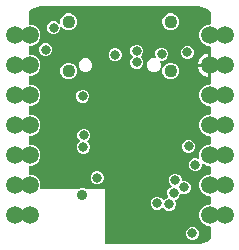
<source format=gbr>
G04 EAGLE Gerber RS-274X export*
G75*
%MOMM*%
%FSLAX34Y34*%
%LPD*%
%INCopper Layer 2*%
%IPPOS*%
%AMOC8*
5,1,8,0,0,1.08239X$1,22.5*%
G01*
%ADD10C,1.108000*%
%ADD11C,1.508000*%
%ADD12C,0.800100*%
%ADD13C,0.906400*%

G36*
X156618Y3055D02*
X156618Y3055D01*
X156654Y3052D01*
X156818Y3086D01*
X162668Y4987D01*
X162699Y5003D01*
X162734Y5012D01*
X162880Y5095D01*
X165547Y7033D01*
X165567Y7053D01*
X165591Y7067D01*
X165653Y7140D01*
X165720Y7208D01*
X165733Y7233D01*
X165751Y7254D01*
X165787Y7343D01*
X165829Y7429D01*
X165832Y7456D01*
X165843Y7482D01*
X165861Y7649D01*
X165861Y17479D01*
X165858Y17499D01*
X165860Y17518D01*
X165838Y17620D01*
X165822Y17722D01*
X165812Y17739D01*
X165808Y17759D01*
X165755Y17848D01*
X165706Y17939D01*
X165692Y17953D01*
X165682Y17970D01*
X165603Y18037D01*
X165528Y18109D01*
X165510Y18117D01*
X165495Y18130D01*
X165399Y18169D01*
X165305Y18212D01*
X165285Y18214D01*
X165267Y18222D01*
X165100Y18240D01*
X163297Y18240D01*
X159965Y19620D01*
X157415Y22170D01*
X156035Y25502D01*
X156035Y29108D01*
X157415Y32440D01*
X159965Y34990D01*
X163297Y36370D01*
X165100Y36370D01*
X165120Y36373D01*
X165139Y36371D01*
X165241Y36393D01*
X165343Y36409D01*
X165360Y36419D01*
X165380Y36423D01*
X165469Y36476D01*
X165560Y36525D01*
X165574Y36539D01*
X165591Y36549D01*
X165658Y36628D01*
X165730Y36703D01*
X165738Y36721D01*
X165751Y36736D01*
X165790Y36832D01*
X165833Y36926D01*
X165835Y36946D01*
X165843Y36964D01*
X165861Y37131D01*
X165861Y42879D01*
X165858Y42899D01*
X165860Y42918D01*
X165838Y43020D01*
X165822Y43122D01*
X165812Y43139D01*
X165808Y43159D01*
X165755Y43248D01*
X165706Y43339D01*
X165692Y43353D01*
X165682Y43370D01*
X165603Y43437D01*
X165528Y43509D01*
X165510Y43517D01*
X165495Y43530D01*
X165399Y43569D01*
X165305Y43612D01*
X165285Y43614D01*
X165267Y43622D01*
X165100Y43640D01*
X163297Y43640D01*
X159965Y45020D01*
X157415Y47570D01*
X156035Y50902D01*
X156035Y54508D01*
X157415Y57840D01*
X159965Y60390D01*
X163297Y61770D01*
X165100Y61770D01*
X165120Y61773D01*
X165139Y61771D01*
X165241Y61793D01*
X165343Y61809D01*
X165360Y61819D01*
X165380Y61823D01*
X165469Y61876D01*
X165560Y61925D01*
X165574Y61939D01*
X165591Y61949D01*
X165658Y62028D01*
X165730Y62103D01*
X165738Y62121D01*
X165751Y62136D01*
X165790Y62232D01*
X165833Y62326D01*
X165835Y62346D01*
X165843Y62364D01*
X165861Y62531D01*
X165861Y68279D01*
X165858Y68299D01*
X165860Y68318D01*
X165838Y68420D01*
X165822Y68522D01*
X165812Y68539D01*
X165808Y68559D01*
X165755Y68648D01*
X165706Y68739D01*
X165692Y68753D01*
X165682Y68770D01*
X165603Y68837D01*
X165528Y68909D01*
X165510Y68917D01*
X165495Y68930D01*
X165399Y68969D01*
X165305Y69012D01*
X165285Y69014D01*
X165267Y69022D01*
X165100Y69040D01*
X163297Y69040D01*
X159965Y70420D01*
X159796Y70589D01*
X159738Y70631D01*
X159686Y70680D01*
X159639Y70702D01*
X159597Y70733D01*
X159528Y70754D01*
X159463Y70784D01*
X159411Y70790D01*
X159361Y70805D01*
X159290Y70803D01*
X159219Y70811D01*
X159168Y70800D01*
X159116Y70799D01*
X159048Y70774D01*
X158978Y70759D01*
X158933Y70732D01*
X158885Y70714D01*
X158829Y70670D01*
X158767Y70633D01*
X158733Y70593D01*
X158693Y70561D01*
X158654Y70500D01*
X158607Y70446D01*
X158588Y70397D01*
X158560Y70354D01*
X158542Y70284D01*
X158531Y70257D01*
X158525Y70244D01*
X158525Y70241D01*
X158515Y70218D01*
X158507Y70146D01*
X158499Y70115D01*
X158501Y70092D01*
X158497Y70051D01*
X158497Y68878D01*
X157656Y66847D01*
X156101Y65293D01*
X154071Y64452D01*
X151872Y64452D01*
X149842Y65293D01*
X148287Y66847D01*
X147446Y68878D01*
X147446Y71076D01*
X148287Y73107D01*
X149842Y74661D01*
X151872Y75502D01*
X154071Y75502D01*
X155144Y75058D01*
X155214Y75041D01*
X155281Y75015D01*
X155333Y75013D01*
X155384Y75001D01*
X155455Y75008D01*
X155527Y75005D01*
X155577Y75020D01*
X155628Y75024D01*
X155694Y75054D01*
X155763Y75074D01*
X155806Y75103D01*
X155853Y75124D01*
X155906Y75173D01*
X155965Y75214D01*
X155996Y75256D01*
X156034Y75291D01*
X156069Y75354D01*
X156112Y75411D01*
X156128Y75461D01*
X156153Y75506D01*
X156166Y75577D01*
X156188Y75645D01*
X156187Y75697D01*
X156197Y75748D01*
X156186Y75819D01*
X156185Y75891D01*
X156165Y75960D01*
X156161Y75992D01*
X156150Y76013D01*
X156139Y76052D01*
X156035Y76302D01*
X156035Y79908D01*
X157415Y83240D01*
X159965Y85790D01*
X163297Y87170D01*
X165100Y87170D01*
X165120Y87173D01*
X165139Y87171D01*
X165241Y87193D01*
X165343Y87209D01*
X165360Y87219D01*
X165380Y87223D01*
X165469Y87276D01*
X165560Y87325D01*
X165574Y87339D01*
X165591Y87349D01*
X165658Y87428D01*
X165730Y87503D01*
X165738Y87521D01*
X165751Y87536D01*
X165790Y87632D01*
X165833Y87726D01*
X165835Y87746D01*
X165843Y87764D01*
X165861Y87931D01*
X165861Y93679D01*
X165858Y93699D01*
X165860Y93718D01*
X165838Y93820D01*
X165822Y93922D01*
X165812Y93939D01*
X165808Y93959D01*
X165755Y94048D01*
X165706Y94139D01*
X165692Y94153D01*
X165682Y94170D01*
X165603Y94237D01*
X165528Y94309D01*
X165510Y94317D01*
X165495Y94330D01*
X165399Y94369D01*
X165305Y94412D01*
X165285Y94414D01*
X165267Y94422D01*
X165100Y94440D01*
X163297Y94440D01*
X159965Y95820D01*
X157415Y98370D01*
X156035Y101702D01*
X156035Y105308D01*
X157415Y108640D01*
X159965Y111190D01*
X163297Y112570D01*
X165100Y112570D01*
X165120Y112573D01*
X165139Y112571D01*
X165241Y112593D01*
X165343Y112609D01*
X165360Y112619D01*
X165380Y112623D01*
X165469Y112676D01*
X165560Y112725D01*
X165574Y112739D01*
X165591Y112749D01*
X165658Y112828D01*
X165730Y112903D01*
X165738Y112921D01*
X165751Y112936D01*
X165790Y113032D01*
X165833Y113126D01*
X165835Y113146D01*
X165843Y113164D01*
X165861Y113331D01*
X165861Y119079D01*
X165858Y119099D01*
X165860Y119118D01*
X165838Y119220D01*
X165822Y119322D01*
X165812Y119339D01*
X165808Y119359D01*
X165755Y119448D01*
X165706Y119539D01*
X165692Y119553D01*
X165682Y119570D01*
X165603Y119637D01*
X165528Y119709D01*
X165510Y119717D01*
X165495Y119730D01*
X165399Y119769D01*
X165305Y119812D01*
X165285Y119814D01*
X165267Y119822D01*
X165100Y119840D01*
X163297Y119840D01*
X159965Y121220D01*
X157415Y123770D01*
X156035Y127102D01*
X156035Y130708D01*
X157415Y134040D01*
X159965Y136590D01*
X163297Y137970D01*
X165100Y137970D01*
X165120Y137973D01*
X165139Y137971D01*
X165241Y137993D01*
X165343Y138009D01*
X165360Y138019D01*
X165380Y138023D01*
X165469Y138076D01*
X165560Y138125D01*
X165574Y138139D01*
X165591Y138149D01*
X165658Y138228D01*
X165730Y138303D01*
X165738Y138321D01*
X165751Y138336D01*
X165790Y138432D01*
X165833Y138526D01*
X165835Y138546D01*
X165843Y138564D01*
X165861Y138731D01*
X165861Y153543D01*
X165858Y153563D01*
X165860Y153582D01*
X165838Y153684D01*
X165822Y153786D01*
X165812Y153803D01*
X165808Y153823D01*
X165755Y153912D01*
X165706Y154003D01*
X165692Y154017D01*
X165682Y154034D01*
X165603Y154101D01*
X165528Y154172D01*
X165510Y154181D01*
X165495Y154194D01*
X165399Y154232D01*
X165305Y154276D01*
X165285Y154278D01*
X165267Y154286D01*
X165100Y154304D01*
X165099Y154304D01*
X165099Y154306D01*
X165100Y154306D01*
X165120Y154309D01*
X165139Y154307D01*
X165241Y154329D01*
X165343Y154346D01*
X165360Y154355D01*
X165380Y154359D01*
X165469Y154412D01*
X165560Y154461D01*
X165574Y154475D01*
X165591Y154485D01*
X165658Y154564D01*
X165730Y154639D01*
X165738Y154657D01*
X165751Y154672D01*
X165790Y154768D01*
X165833Y154862D01*
X165835Y154882D01*
X165843Y154900D01*
X165861Y155067D01*
X165861Y169879D01*
X165858Y169899D01*
X165860Y169918D01*
X165838Y170020D01*
X165822Y170122D01*
X165812Y170139D01*
X165808Y170159D01*
X165755Y170248D01*
X165706Y170339D01*
X165692Y170353D01*
X165682Y170370D01*
X165603Y170437D01*
X165528Y170509D01*
X165510Y170517D01*
X165495Y170530D01*
X165399Y170569D01*
X165305Y170612D01*
X165285Y170614D01*
X165267Y170622D01*
X165100Y170640D01*
X163297Y170640D01*
X159965Y172020D01*
X157415Y174570D01*
X156035Y177902D01*
X156035Y181508D01*
X157415Y184840D01*
X159965Y187390D01*
X163297Y188770D01*
X165100Y188770D01*
X165120Y188773D01*
X165139Y188771D01*
X165241Y188793D01*
X165343Y188809D01*
X165360Y188819D01*
X165380Y188823D01*
X165469Y188876D01*
X165560Y188925D01*
X165574Y188939D01*
X165591Y188949D01*
X165658Y189028D01*
X165730Y189103D01*
X165738Y189121D01*
X165751Y189136D01*
X165790Y189232D01*
X165833Y189326D01*
X165835Y189346D01*
X165843Y189364D01*
X165861Y189531D01*
X165861Y199361D01*
X165857Y199389D01*
X165859Y199416D01*
X165837Y199510D01*
X165822Y199604D01*
X165809Y199629D01*
X165802Y199656D01*
X165751Y199737D01*
X165706Y199821D01*
X165686Y199841D01*
X165671Y199864D01*
X165547Y199977D01*
X162880Y201915D01*
X162848Y201931D01*
X162820Y201954D01*
X162668Y202023D01*
X156092Y204160D01*
X156087Y204161D01*
X156081Y204163D01*
X155917Y204195D01*
X152460Y204467D01*
X152438Y204465D01*
X152400Y204469D01*
X25400Y204469D01*
X25378Y204466D01*
X25340Y204467D01*
X21883Y204195D01*
X21878Y204193D01*
X21872Y204194D01*
X21708Y204160D01*
X15132Y202023D01*
X15101Y202007D01*
X15066Y201998D01*
X14920Y201915D01*
X12253Y199977D01*
X12233Y199957D01*
X12209Y199943D01*
X12147Y199870D01*
X12080Y199802D01*
X12067Y199777D01*
X12049Y199756D01*
X12013Y199667D01*
X11971Y199581D01*
X11968Y199554D01*
X11957Y199528D01*
X11939Y199361D01*
X11939Y189531D01*
X11940Y189521D01*
X11940Y189516D01*
X11942Y189507D01*
X11940Y189492D01*
X11962Y189390D01*
X11979Y189288D01*
X11988Y189271D01*
X11992Y189251D01*
X12045Y189162D01*
X12094Y189071D01*
X12108Y189057D01*
X12118Y189040D01*
X12197Y188973D01*
X12272Y188901D01*
X12290Y188893D01*
X12305Y188880D01*
X12401Y188841D01*
X12495Y188798D01*
X12515Y188796D01*
X12533Y188788D01*
X12700Y188770D01*
X14503Y188770D01*
X17835Y187390D01*
X20385Y184840D01*
X21765Y181508D01*
X21765Y177902D01*
X20385Y174570D01*
X17835Y172020D01*
X14503Y170640D01*
X12700Y170640D01*
X12680Y170637D01*
X12661Y170639D01*
X12559Y170617D01*
X12457Y170601D01*
X12440Y170591D01*
X12420Y170587D01*
X12331Y170534D01*
X12240Y170485D01*
X12226Y170471D01*
X12209Y170461D01*
X12142Y170382D01*
X12071Y170307D01*
X12062Y170289D01*
X12049Y170274D01*
X12010Y170178D01*
X11967Y170084D01*
X11965Y170064D01*
X11957Y170046D01*
X11939Y169879D01*
X11939Y164131D01*
X11942Y164111D01*
X11940Y164092D01*
X11962Y163990D01*
X11979Y163888D01*
X11988Y163871D01*
X11992Y163851D01*
X12045Y163762D01*
X12094Y163671D01*
X12108Y163657D01*
X12118Y163640D01*
X12197Y163573D01*
X12272Y163501D01*
X12290Y163493D01*
X12305Y163480D01*
X12401Y163441D01*
X12495Y163398D01*
X12515Y163396D01*
X12533Y163388D01*
X12700Y163370D01*
X14503Y163370D01*
X17835Y161990D01*
X20385Y159440D01*
X21765Y156108D01*
X21765Y152502D01*
X20385Y149170D01*
X17835Y146620D01*
X14503Y145240D01*
X12700Y145240D01*
X12680Y145237D01*
X12661Y145239D01*
X12559Y145217D01*
X12457Y145201D01*
X12440Y145191D01*
X12420Y145187D01*
X12331Y145134D01*
X12240Y145085D01*
X12226Y145071D01*
X12209Y145061D01*
X12142Y144982D01*
X12071Y144907D01*
X12062Y144889D01*
X12049Y144874D01*
X12010Y144778D01*
X11967Y144684D01*
X11965Y144664D01*
X11957Y144646D01*
X11939Y144479D01*
X11939Y138731D01*
X11942Y138711D01*
X11940Y138692D01*
X11962Y138590D01*
X11979Y138488D01*
X11988Y138471D01*
X11992Y138451D01*
X12045Y138362D01*
X12094Y138271D01*
X12108Y138257D01*
X12118Y138240D01*
X12197Y138173D01*
X12272Y138101D01*
X12290Y138093D01*
X12305Y138080D01*
X12401Y138041D01*
X12495Y137998D01*
X12515Y137996D01*
X12533Y137988D01*
X12700Y137970D01*
X14503Y137970D01*
X17835Y136590D01*
X20385Y134040D01*
X21765Y130708D01*
X21765Y127102D01*
X20385Y123770D01*
X17835Y121220D01*
X14503Y119840D01*
X12700Y119840D01*
X12680Y119837D01*
X12661Y119839D01*
X12559Y119817D01*
X12457Y119801D01*
X12440Y119791D01*
X12420Y119787D01*
X12331Y119734D01*
X12240Y119685D01*
X12226Y119671D01*
X12209Y119661D01*
X12142Y119582D01*
X12071Y119507D01*
X12062Y119489D01*
X12049Y119474D01*
X12010Y119378D01*
X11967Y119284D01*
X11965Y119264D01*
X11957Y119246D01*
X11939Y119079D01*
X11939Y113331D01*
X11942Y113311D01*
X11940Y113292D01*
X11962Y113190D01*
X11979Y113088D01*
X11988Y113071D01*
X11992Y113051D01*
X12045Y112962D01*
X12094Y112871D01*
X12108Y112857D01*
X12118Y112840D01*
X12197Y112773D01*
X12272Y112701D01*
X12290Y112693D01*
X12305Y112680D01*
X12401Y112641D01*
X12495Y112598D01*
X12515Y112596D01*
X12533Y112588D01*
X12700Y112570D01*
X14503Y112570D01*
X17835Y111190D01*
X20385Y108640D01*
X21765Y105308D01*
X21765Y101702D01*
X20385Y98370D01*
X17835Y95820D01*
X14503Y94440D01*
X12700Y94440D01*
X12680Y94437D01*
X12661Y94439D01*
X12559Y94417D01*
X12457Y94401D01*
X12440Y94391D01*
X12420Y94387D01*
X12331Y94334D01*
X12240Y94285D01*
X12226Y94271D01*
X12209Y94261D01*
X12142Y94182D01*
X12071Y94107D01*
X12062Y94089D01*
X12049Y94074D01*
X12010Y93978D01*
X11967Y93884D01*
X11965Y93864D01*
X11957Y93846D01*
X11939Y93679D01*
X11939Y87931D01*
X11942Y87911D01*
X11940Y87892D01*
X11962Y87790D01*
X11979Y87688D01*
X11988Y87671D01*
X11992Y87651D01*
X12045Y87562D01*
X12094Y87471D01*
X12108Y87457D01*
X12118Y87440D01*
X12197Y87373D01*
X12272Y87301D01*
X12290Y87293D01*
X12305Y87280D01*
X12401Y87241D01*
X12495Y87198D01*
X12515Y87196D01*
X12533Y87188D01*
X12700Y87170D01*
X14503Y87170D01*
X17835Y85790D01*
X20385Y83240D01*
X21765Y79908D01*
X21765Y76302D01*
X20385Y72970D01*
X17835Y70420D01*
X14503Y69040D01*
X12700Y69040D01*
X12680Y69037D01*
X12661Y69039D01*
X12559Y69017D01*
X12457Y69001D01*
X12440Y68991D01*
X12420Y68987D01*
X12331Y68934D01*
X12240Y68885D01*
X12226Y68871D01*
X12209Y68861D01*
X12142Y68782D01*
X12071Y68707D01*
X12062Y68689D01*
X12049Y68674D01*
X12010Y68578D01*
X11967Y68484D01*
X11965Y68464D01*
X11957Y68446D01*
X11939Y68279D01*
X11939Y62531D01*
X11942Y62511D01*
X11940Y62492D01*
X11962Y62390D01*
X11979Y62288D01*
X11988Y62271D01*
X11992Y62251D01*
X12045Y62162D01*
X12094Y62071D01*
X12108Y62057D01*
X12118Y62040D01*
X12197Y61973D01*
X12272Y61901D01*
X12290Y61893D01*
X12305Y61880D01*
X12401Y61841D01*
X12495Y61798D01*
X12515Y61796D01*
X12533Y61788D01*
X12700Y61770D01*
X14503Y61770D01*
X17835Y60390D01*
X20385Y57840D01*
X21765Y54508D01*
X21765Y50902D01*
X21580Y50456D01*
X21570Y50412D01*
X21550Y50370D01*
X21542Y50293D01*
X21524Y50217D01*
X21528Y50171D01*
X21523Y50126D01*
X21540Y50049D01*
X21547Y49972D01*
X21566Y49930D01*
X21575Y49885D01*
X21616Y49818D01*
X21647Y49747D01*
X21678Y49713D01*
X21702Y49674D01*
X21761Y49623D01*
X21813Y49566D01*
X21854Y49544D01*
X21889Y49514D01*
X21961Y49485D01*
X22029Y49448D01*
X22074Y49439D01*
X22117Y49422D01*
X22253Y49407D01*
X22271Y49404D01*
X22276Y49405D01*
X22283Y49404D01*
X53223Y49404D01*
X53313Y49419D01*
X53404Y49426D01*
X53434Y49438D01*
X53466Y49444D01*
X53546Y49486D01*
X53630Y49522D01*
X53662Y49548D01*
X53683Y49559D01*
X53700Y49577D01*
X55945Y50507D01*
X58355Y50507D01*
X60618Y49569D01*
X60682Y49514D01*
X60712Y49502D01*
X60739Y49483D01*
X60825Y49456D01*
X60910Y49422D01*
X60951Y49418D01*
X60974Y49411D01*
X61006Y49412D01*
X61077Y49404D01*
X76709Y49404D01*
X76709Y3810D01*
X76712Y3790D01*
X76710Y3771D01*
X76732Y3669D01*
X76749Y3567D01*
X76758Y3550D01*
X76762Y3530D01*
X76815Y3441D01*
X76864Y3350D01*
X76878Y3336D01*
X76888Y3319D01*
X76967Y3252D01*
X77042Y3181D01*
X77060Y3172D01*
X77075Y3159D01*
X77171Y3120D01*
X77265Y3077D01*
X77285Y3075D01*
X77303Y3067D01*
X77470Y3049D01*
X156583Y3049D01*
X156618Y3055D01*
G37*
%LPC*%
G36*
X129711Y31305D02*
X129711Y31305D01*
X127680Y32146D01*
X126126Y33700D01*
X126104Y33752D01*
X126080Y33791D01*
X126064Y33834D01*
X126016Y33895D01*
X125975Y33961D01*
X125939Y33991D01*
X125911Y34027D01*
X125845Y34069D01*
X125785Y34118D01*
X125742Y34135D01*
X125704Y34160D01*
X125628Y34179D01*
X125556Y34206D01*
X125510Y34208D01*
X125465Y34220D01*
X125388Y34214D01*
X125310Y34217D01*
X125266Y34204D01*
X125220Y34200D01*
X125149Y34170D01*
X125074Y34148D01*
X125036Y34122D01*
X124994Y34104D01*
X124887Y34019D01*
X124872Y34008D01*
X124869Y34004D01*
X124863Y33999D01*
X123834Y32971D01*
X121804Y32130D01*
X119605Y32130D01*
X117575Y32971D01*
X116020Y34525D01*
X115179Y36556D01*
X115179Y38754D01*
X116020Y40785D01*
X117575Y42339D01*
X119605Y43180D01*
X121804Y43180D01*
X123834Y42339D01*
X125389Y40785D01*
X125410Y40733D01*
X125434Y40694D01*
X125450Y40650D01*
X125499Y40590D01*
X125540Y40524D01*
X125575Y40494D01*
X125604Y40458D01*
X125669Y40416D01*
X125729Y40367D01*
X125772Y40350D01*
X125811Y40325D01*
X125886Y40306D01*
X125959Y40279D01*
X126005Y40277D01*
X126049Y40265D01*
X126127Y40271D01*
X126205Y40268D01*
X126249Y40281D01*
X126294Y40284D01*
X126366Y40315D01*
X126441Y40337D01*
X126479Y40363D01*
X126521Y40381D01*
X126628Y40466D01*
X126643Y40477D01*
X126646Y40481D01*
X126652Y40486D01*
X127680Y41514D01*
X129621Y42318D01*
X129638Y42328D01*
X129657Y42334D01*
X129742Y42393D01*
X129830Y42448D01*
X129843Y42463D01*
X129859Y42474D01*
X129921Y42557D01*
X129987Y42637D01*
X129994Y42656D01*
X130006Y42672D01*
X130038Y42770D01*
X130075Y42867D01*
X130076Y42887D01*
X130082Y42906D01*
X130081Y43009D01*
X130085Y43112D01*
X130080Y43132D01*
X130080Y43151D01*
X130033Y43313D01*
X129322Y45028D01*
X129322Y47227D01*
X130163Y49257D01*
X131718Y50812D01*
X132572Y51165D01*
X132611Y51190D01*
X132654Y51205D01*
X132715Y51254D01*
X132781Y51295D01*
X132810Y51330D01*
X132846Y51359D01*
X132888Y51425D01*
X132938Y51485D01*
X132954Y51527D01*
X132979Y51566D01*
X132998Y51642D01*
X133026Y51714D01*
X133028Y51760D01*
X133039Y51805D01*
X133033Y51882D01*
X133037Y51960D01*
X133024Y52004D01*
X133020Y52050D01*
X132990Y52121D01*
X132968Y52196D01*
X132942Y52234D01*
X132924Y52276D01*
X132838Y52383D01*
X132828Y52398D01*
X132824Y52401D01*
X132819Y52407D01*
X131206Y54020D01*
X130365Y56051D01*
X130365Y58249D01*
X131206Y60280D01*
X132760Y61834D01*
X134791Y62675D01*
X136989Y62675D01*
X139020Y61834D01*
X140574Y60280D01*
X141415Y58249D01*
X141415Y57147D01*
X141423Y57102D01*
X141421Y57056D01*
X141442Y56981D01*
X141455Y56904D01*
X141476Y56864D01*
X141489Y56819D01*
X141534Y56756D01*
X141570Y56687D01*
X141603Y56655D01*
X141630Y56617D01*
X141692Y56571D01*
X141748Y56517D01*
X141790Y56498D01*
X141827Y56471D01*
X141901Y56447D01*
X141971Y56414D01*
X142017Y56409D01*
X142061Y56395D01*
X142139Y56395D01*
X142216Y56387D01*
X142261Y56397D01*
X142307Y56397D01*
X142387Y56420D01*
X144609Y56420D01*
X146640Y55579D01*
X148194Y54025D01*
X149035Y51994D01*
X149035Y49796D01*
X148194Y47765D01*
X146640Y46211D01*
X144609Y45370D01*
X142411Y45370D01*
X141425Y45778D01*
X141381Y45788D01*
X141339Y45808D01*
X141262Y45816D01*
X141186Y45834D01*
X141140Y45830D01*
X141094Y45835D01*
X141018Y45818D01*
X140941Y45811D01*
X140899Y45792D01*
X140854Y45783D01*
X140787Y45743D01*
X140716Y45711D01*
X140682Y45680D01*
X140643Y45656D01*
X140592Y45597D01*
X140535Y45545D01*
X140513Y45504D01*
X140483Y45470D01*
X140454Y45397D01*
X140416Y45329D01*
X140408Y45284D01*
X140391Y45241D01*
X140376Y45105D01*
X140373Y45087D01*
X140374Y45082D01*
X140373Y45075D01*
X140373Y45028D01*
X139532Y42998D01*
X137977Y41443D01*
X136036Y40640D01*
X136019Y40629D01*
X136000Y40624D01*
X135916Y40565D01*
X135827Y40510D01*
X135815Y40495D01*
X135798Y40483D01*
X135737Y40401D01*
X135671Y40320D01*
X135663Y40302D01*
X135652Y40286D01*
X135620Y40187D01*
X135582Y40091D01*
X135582Y40071D01*
X135575Y40052D01*
X135576Y39948D01*
X135572Y39845D01*
X135578Y39826D01*
X135578Y39806D01*
X135624Y39645D01*
X136335Y37929D01*
X136335Y35731D01*
X135494Y33700D01*
X133940Y32146D01*
X131909Y31305D01*
X129711Y31305D01*
G37*
%LPD*%
%LPC*%
G36*
X31921Y180530D02*
X31921Y180530D01*
X29890Y181371D01*
X28336Y182925D01*
X27495Y184956D01*
X27495Y187154D01*
X28336Y189185D01*
X29890Y190739D01*
X31921Y191580D01*
X34119Y191580D01*
X36150Y190739D01*
X37336Y189553D01*
X37394Y189511D01*
X37446Y189462D01*
X37493Y189440D01*
X37535Y189410D01*
X37604Y189388D01*
X37669Y189358D01*
X37721Y189353D01*
X37771Y189337D01*
X37842Y189339D01*
X37913Y189331D01*
X37964Y189342D01*
X38016Y189344D01*
X38084Y189368D01*
X38154Y189383D01*
X38199Y189410D01*
X38247Y189428D01*
X38303Y189473D01*
X38365Y189510D01*
X38399Y189549D01*
X38439Y189582D01*
X38478Y189642D01*
X38525Y189697D01*
X38544Y189745D01*
X38572Y189789D01*
X38590Y189858D01*
X38617Y189925D01*
X38625Y189996D01*
X38633Y190027D01*
X38631Y190050D01*
X38635Y190091D01*
X38635Y192575D01*
X39711Y195172D01*
X41698Y197159D01*
X44295Y198235D01*
X47105Y198235D01*
X49702Y197159D01*
X51689Y195172D01*
X52765Y192575D01*
X52765Y189765D01*
X51689Y187168D01*
X49702Y185181D01*
X47105Y184105D01*
X44295Y184105D01*
X41698Y185181D01*
X39845Y187034D01*
X39787Y187076D01*
X39735Y187125D01*
X39687Y187147D01*
X39645Y187178D01*
X39577Y187199D01*
X39511Y187229D01*
X39460Y187235D01*
X39410Y187250D01*
X39338Y187248D01*
X39267Y187256D01*
X39216Y187245D01*
X39164Y187244D01*
X39097Y187219D01*
X39027Y187204D01*
X38982Y187177D01*
X38933Y187159D01*
X38877Y187114D01*
X38816Y187078D01*
X38782Y187038D01*
X38741Y187006D01*
X38702Y186945D01*
X38656Y186891D01*
X38636Y186842D01*
X38608Y186799D01*
X38591Y186729D01*
X38564Y186663D01*
X38556Y186591D01*
X38548Y186560D01*
X38550Y186537D01*
X38545Y186496D01*
X38545Y184956D01*
X37704Y182925D01*
X36150Y181371D01*
X34119Y180530D01*
X31921Y180530D01*
G37*
%LPD*%
%LPC*%
G36*
X116648Y148579D02*
X116648Y148579D01*
X114520Y149461D01*
X112891Y151090D01*
X112009Y153218D01*
X112009Y155522D01*
X112891Y157650D01*
X114520Y159279D01*
X116648Y160161D01*
X118924Y160161D01*
X118969Y160168D01*
X119015Y160166D01*
X119090Y160188D01*
X119166Y160200D01*
X119207Y160222D01*
X119251Y160235D01*
X119315Y160279D01*
X119384Y160316D01*
X119415Y160349D01*
X119453Y160375D01*
X119499Y160437D01*
X119553Y160494D01*
X119572Y160536D01*
X119600Y160572D01*
X119624Y160646D01*
X119657Y160717D01*
X119662Y160763D01*
X119676Y160806D01*
X119675Y160884D01*
X119684Y160961D01*
X119674Y161006D01*
X119674Y161052D01*
X119636Y161184D01*
X119632Y161202D01*
X119629Y161206D01*
X119627Y161213D01*
X118998Y162731D01*
X118998Y164929D01*
X119839Y166960D01*
X121394Y168514D01*
X123424Y169355D01*
X125623Y169355D01*
X127653Y168514D01*
X129208Y166960D01*
X130049Y164929D01*
X130049Y162731D01*
X129208Y160700D01*
X127653Y159146D01*
X125623Y158305D01*
X123577Y158305D01*
X123532Y158297D01*
X123486Y158299D01*
X123411Y158278D01*
X123335Y158265D01*
X123294Y158244D01*
X123250Y158231D01*
X123186Y158186D01*
X123117Y158150D01*
X123086Y158117D01*
X123048Y158090D01*
X123001Y158028D01*
X122948Y157972D01*
X122928Y157930D01*
X122901Y157893D01*
X122877Y157819D01*
X122844Y157749D01*
X122839Y157703D01*
X122825Y157659D01*
X122826Y157581D01*
X122817Y157504D01*
X122827Y157459D01*
X122827Y157413D01*
X122865Y157282D01*
X122869Y157264D01*
X122872Y157259D01*
X122874Y157252D01*
X123591Y155522D01*
X123591Y153218D01*
X122709Y151090D01*
X121080Y149461D01*
X118952Y148579D01*
X116648Y148579D01*
G37*
%LPD*%
%LPC*%
G36*
X57111Y79471D02*
X57111Y79471D01*
X55081Y80312D01*
X53526Y81867D01*
X52685Y83897D01*
X52685Y86096D01*
X53526Y88126D01*
X55090Y89690D01*
X55101Y89706D01*
X55117Y89718D01*
X55173Y89806D01*
X55233Y89889D01*
X55239Y89908D01*
X55250Y89925D01*
X55275Y90026D01*
X55306Y90125D01*
X55305Y90144D01*
X55310Y90164D01*
X55302Y90267D01*
X55299Y90370D01*
X55293Y90389D01*
X55291Y90409D01*
X55251Y90504D01*
X55215Y90601D01*
X55202Y90617D01*
X55195Y90635D01*
X55090Y90766D01*
X53976Y91880D01*
X53135Y93910D01*
X53135Y96109D01*
X53976Y98139D01*
X55531Y99694D01*
X57561Y100535D01*
X59760Y100535D01*
X61790Y99694D01*
X63345Y98139D01*
X64186Y96109D01*
X64186Y93910D01*
X63345Y91880D01*
X61781Y90316D01*
X61770Y90300D01*
X61754Y90288D01*
X61698Y90200D01*
X61638Y90117D01*
X61632Y90098D01*
X61621Y90081D01*
X61596Y89980D01*
X61565Y89881D01*
X61566Y89862D01*
X61561Y89842D01*
X61569Y89739D01*
X61572Y89636D01*
X61579Y89617D01*
X61580Y89597D01*
X61620Y89502D01*
X61656Y89405D01*
X61669Y89389D01*
X61676Y89371D01*
X61781Y89240D01*
X62895Y88126D01*
X63736Y86096D01*
X63736Y83897D01*
X62895Y81867D01*
X61340Y80312D01*
X59310Y79471D01*
X57111Y79471D01*
G37*
%LPD*%
%LPC*%
G36*
X102406Y151320D02*
X102406Y151320D01*
X100375Y152161D01*
X98821Y153715D01*
X97980Y155746D01*
X97980Y157944D01*
X98821Y159975D01*
X99915Y161069D01*
X99927Y161085D01*
X99943Y161098D01*
X99999Y161185D01*
X100059Y161269D01*
X100065Y161288D01*
X100076Y161305D01*
X100101Y161405D01*
X100131Y161504D01*
X100131Y161524D01*
X100136Y161543D01*
X100128Y161646D01*
X100125Y161750D01*
X100118Y161769D01*
X100116Y161789D01*
X100076Y161883D01*
X100040Y161981D01*
X100028Y161997D01*
X100020Y162015D01*
X99915Y162146D01*
X98821Y163240D01*
X97980Y165271D01*
X97980Y167469D01*
X98821Y169500D01*
X100375Y171054D01*
X102406Y171895D01*
X104604Y171895D01*
X106635Y171054D01*
X108189Y169500D01*
X109030Y167469D01*
X109030Y165271D01*
X108189Y163240D01*
X107095Y162146D01*
X107083Y162130D01*
X107067Y162117D01*
X107011Y162030D01*
X106951Y161946D01*
X106945Y161927D01*
X106934Y161910D01*
X106909Y161810D01*
X106879Y161711D01*
X106879Y161691D01*
X106874Y161672D01*
X106882Y161569D01*
X106885Y161465D01*
X106892Y161446D01*
X106894Y161427D01*
X106934Y161332D01*
X106970Y161234D01*
X106982Y161218D01*
X106990Y161200D01*
X107095Y161069D01*
X108189Y159975D01*
X109030Y157944D01*
X109030Y155746D01*
X108189Y153715D01*
X106635Y152161D01*
X104604Y151320D01*
X102406Y151320D01*
G37*
%LPD*%
%LPC*%
G36*
X130695Y184105D02*
X130695Y184105D01*
X128098Y185181D01*
X126111Y187168D01*
X125035Y189765D01*
X125035Y192575D01*
X126111Y195172D01*
X128098Y197159D01*
X130695Y198235D01*
X133505Y198235D01*
X136102Y197159D01*
X138089Y195172D01*
X139165Y192575D01*
X139165Y189765D01*
X138089Y187168D01*
X136102Y185181D01*
X133505Y184105D01*
X130695Y184105D01*
G37*
%LPD*%
%LPC*%
G36*
X130695Y142305D02*
X130695Y142305D01*
X128098Y143381D01*
X126111Y145368D01*
X125035Y147965D01*
X125035Y150775D01*
X126111Y153372D01*
X128098Y155359D01*
X130695Y156435D01*
X133505Y156435D01*
X136102Y155359D01*
X138089Y153372D01*
X139165Y150775D01*
X139165Y147965D01*
X138089Y145368D01*
X136102Y143381D01*
X133505Y142305D01*
X130695Y142305D01*
G37*
%LPD*%
%LPC*%
G36*
X44295Y142305D02*
X44295Y142305D01*
X41698Y143381D01*
X39711Y145368D01*
X38635Y147965D01*
X38635Y150775D01*
X39711Y153372D01*
X41698Y155359D01*
X44295Y156435D01*
X47105Y156435D01*
X49702Y155359D01*
X51689Y153372D01*
X52765Y150775D01*
X52765Y147965D01*
X51689Y145368D01*
X49702Y143381D01*
X47105Y142305D01*
X44295Y142305D01*
G37*
%LPD*%
%LPC*%
G36*
X58848Y148579D02*
X58848Y148579D01*
X56720Y149461D01*
X55091Y151090D01*
X54209Y153218D01*
X54209Y155522D01*
X55091Y157650D01*
X56720Y159279D01*
X58848Y160161D01*
X61152Y160161D01*
X63280Y159279D01*
X64909Y157650D01*
X65791Y155522D01*
X65791Y153218D01*
X64909Y151090D01*
X63280Y149461D01*
X61152Y148579D01*
X58848Y148579D01*
G37*
%LPD*%
%LPC*%
G36*
X25190Y161988D02*
X25190Y161988D01*
X23159Y162829D01*
X21605Y164383D01*
X20764Y166414D01*
X20764Y168612D01*
X21605Y170643D01*
X23159Y172197D01*
X25190Y173038D01*
X27388Y173038D01*
X29419Y172197D01*
X30973Y170643D01*
X31814Y168612D01*
X31814Y166414D01*
X30973Y164383D01*
X29419Y162829D01*
X27388Y161988D01*
X25190Y161988D01*
G37*
%LPD*%
%LPC*%
G36*
X145240Y159844D02*
X145240Y159844D01*
X143210Y160685D01*
X141655Y162240D01*
X140814Y164270D01*
X140814Y166469D01*
X141655Y168499D01*
X143210Y170054D01*
X145240Y170895D01*
X147439Y170895D01*
X149469Y170054D01*
X151024Y168499D01*
X151865Y166469D01*
X151865Y164270D01*
X151024Y162240D01*
X149469Y160685D01*
X147439Y159844D01*
X145240Y159844D01*
G37*
%LPD*%
%LPC*%
G36*
X83956Y157670D02*
X83956Y157670D01*
X81925Y158511D01*
X80371Y160065D01*
X79530Y162096D01*
X79530Y164294D01*
X80371Y166325D01*
X81925Y167879D01*
X83956Y168720D01*
X86154Y168720D01*
X88185Y167879D01*
X89739Y166325D01*
X90580Y164294D01*
X90580Y162096D01*
X89739Y160065D01*
X88185Y158511D01*
X86154Y157670D01*
X83956Y157670D01*
G37*
%LPD*%
%LPC*%
G36*
X56686Y122745D02*
X56686Y122745D01*
X54655Y123586D01*
X53101Y125140D01*
X52260Y127171D01*
X52260Y129369D01*
X53101Y131400D01*
X54655Y132954D01*
X56686Y133795D01*
X58884Y133795D01*
X60915Y132954D01*
X62469Y131400D01*
X63310Y129369D01*
X63310Y127171D01*
X62469Y125140D01*
X60915Y123586D01*
X58884Y122745D01*
X56686Y122745D01*
G37*
%LPD*%
%LPC*%
G36*
X146221Y80200D02*
X146221Y80200D01*
X144190Y81041D01*
X142636Y82595D01*
X141795Y84626D01*
X141795Y86824D01*
X142636Y88855D01*
X144190Y90409D01*
X146221Y91250D01*
X148419Y91250D01*
X150450Y90409D01*
X152004Y88855D01*
X152845Y86824D01*
X152845Y84626D01*
X152004Y82595D01*
X150450Y81041D01*
X148419Y80200D01*
X146221Y80200D01*
G37*
%LPD*%
%LPC*%
G36*
X68751Y53530D02*
X68751Y53530D01*
X66720Y54371D01*
X65166Y55925D01*
X64325Y57956D01*
X64325Y60154D01*
X65166Y62185D01*
X66720Y63739D01*
X68751Y64580D01*
X70949Y64580D01*
X72980Y63739D01*
X74534Y62185D01*
X75375Y60154D01*
X75375Y57956D01*
X74534Y55925D01*
X72980Y54371D01*
X70949Y53530D01*
X68751Y53530D01*
G37*
%LPD*%
%LPC*%
G36*
X149396Y6540D02*
X149396Y6540D01*
X147365Y7381D01*
X145811Y8935D01*
X144970Y10966D01*
X144970Y13164D01*
X145811Y15195D01*
X147365Y16749D01*
X149396Y17590D01*
X151594Y17590D01*
X153625Y16749D01*
X155179Y15195D01*
X156020Y13164D01*
X156020Y10966D01*
X155179Y8935D01*
X153625Y7381D01*
X151594Y6540D01*
X149396Y6540D01*
G37*
%LPD*%
%LPC*%
G36*
X155135Y155828D02*
X155135Y155828D01*
X155267Y156666D01*
X155758Y158175D01*
X156478Y159588D01*
X157411Y160872D01*
X158533Y161994D01*
X159817Y162927D01*
X161230Y163647D01*
X162739Y164138D01*
X163577Y164270D01*
X163577Y155828D01*
X155135Y155828D01*
G37*
%LPD*%
%LPC*%
G36*
X162739Y144472D02*
X162739Y144472D01*
X161230Y144963D01*
X159817Y145683D01*
X158533Y146616D01*
X157411Y147738D01*
X156478Y149022D01*
X155758Y150435D01*
X155267Y151944D01*
X155135Y152782D01*
X163577Y152782D01*
X163577Y144340D01*
X162739Y144472D01*
G37*
%LPD*%
D10*
X132100Y191170D03*
X45700Y191170D03*
X45700Y149370D03*
X132100Y149370D03*
D11*
X12700Y179705D03*
X12700Y154305D03*
X12700Y128905D03*
X12700Y103505D03*
X12700Y78105D03*
X12700Y52705D03*
X12700Y27305D03*
X0Y179705D03*
X0Y154305D03*
X0Y128905D03*
X0Y103505D03*
X0Y78105D03*
X0Y52705D03*
X0Y27305D03*
X165100Y27305D03*
X165100Y52705D03*
X165100Y78105D03*
X165100Y103505D03*
X165100Y128905D03*
X165100Y154305D03*
X165100Y179705D03*
X177800Y27305D03*
X177800Y52705D03*
X177800Y78105D03*
X177800Y103505D03*
X177800Y128905D03*
X177800Y154305D03*
X177800Y179705D03*
D12*
X95885Y99060D03*
X53975Y177165D03*
X124460Y7620D03*
X85725Y191135D03*
X147320Y95250D03*
X27940Y62865D03*
X120015Y99695D03*
X108585Y86995D03*
X48895Y132715D03*
X80010Y90805D03*
X94615Y6985D03*
X149225Y42545D03*
X33655Y144145D03*
X74930Y160020D03*
X93345Y179705D03*
X103505Y166370D03*
X103505Y156845D03*
X124524Y163830D03*
X69850Y59055D03*
X150495Y12065D03*
X130810Y36830D03*
X58661Y95009D03*
X57785Y128270D03*
X147320Y85725D03*
X33020Y186055D03*
X152972Y69977D03*
X135890Y57150D03*
X146340Y165370D03*
D13*
X57150Y44450D03*
D12*
X58211Y84997D03*
X26289Y167513D03*
X120705Y37655D03*
X134847Y46128D03*
X143510Y50895D03*
X85055Y163195D03*
M02*

</source>
